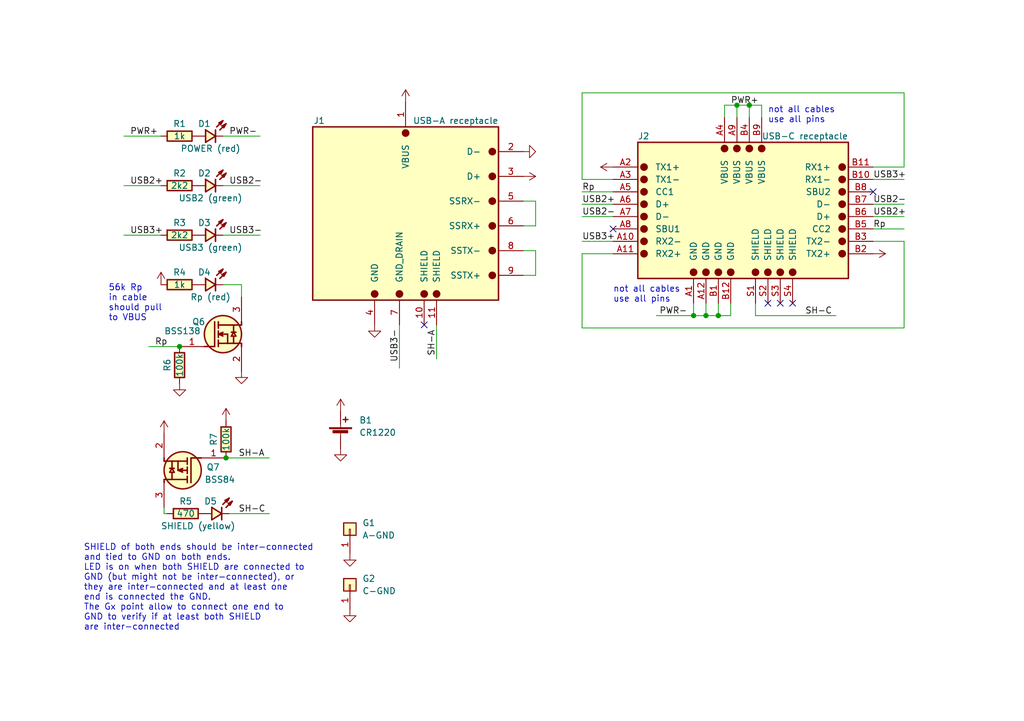
<source format=kicad_sch>
(kicad_sch (version 20211123) (generator eeschema)
  (paper "A5")
  (title_block (title "USB-A to USB-C cable tester") (date "$date$") (rev "$version$.$revision$") (company "CuVoodoo") (comment 1 "King Kévin") (comment 2 "CERN-OHL-S"))
  (lib_symbols
    (symbol "Connector_Generic:Conn_01x01" (pin_names (offset 1.016) hide)
      (property "Reference" "J" (at 0 2.54 0))
      (property "Value" "Conn_01x01" (at 0 -2.54 0))
      (symbol "Conn_01x01_1_1"
        (rectangle (start -1.27 0.127) (end 0 -0.127) (stroke (width 0.1524)))
        (rectangle (start -1.27 1.27) (end 1.27 -1.27) (stroke (width 0.254)) (fill (type background)))
        (pin passive line (at -5.08 0 0) (length 3.81) (name "Pin_1") (number "1"))
      )
    )
    (symbol "Device:Battery_Cell" (pin_numbers hide) (pin_names (offset 0) hide)
      (property "Reference" "BT" (at 2.54 2.54 0))
      (property "Value" "Battery_Cell" (at 2.54 0 0))
      (symbol "Battery_Cell_0_1"
        (rectangle (start -2.286 1.778) (end 2.286 1.524) (fill (type outline)))
        (rectangle (start -1.5748 1.1938) (end 1.4732 0.6858) (fill (type outline)))
        (polyline (pts (xy 0 0.762) (xy 0 0)))
        (polyline (pts (xy 0 1.778) (xy 0 2.54)))
        (polyline (pts (xy 0.508 3.429) (xy 1.524 3.429)) (stroke (width 0.254)))
        (polyline (pts (xy 1.016 3.937) (xy 1.016 2.921)) (stroke (width 0.254)))
      )
      (symbol "Battery_Cell_1_1"
        (pin passive line (at 0 5.08 270) (length 2.54) (name "+") (number "1"))
        (pin passive line (at 0 -2.54 90) (length 2.54) (name "-") (number "2"))
      )
    )
    (symbol "power:GND" (power) (pin_names (offset 0))
      (property "Value" "GND" (at 0 -3.81 0))
      (symbol "GND_0_1"
        (polyline (pts (xy 0 0) (xy 0 -1.27) (xy 1.27 -1.27) (xy 0 -2.54) (xy -1.27 -1.27) (xy 0 -1.27)))
      )
      (symbol "GND_1_1"
        (pin power_in line (at 0 0 270) (length 0) hide (name "GND") (number "1"))
      )
    )
    (symbol "power:VCC" (power) (pin_names (offset 0))
      (property "Value" "VCC" (at 0 3.81 0))
      (symbol "VCC_0_1"
        (polyline (pts (xy -0.762 1.27) (xy 0 2.54)))
        (polyline (pts (xy 0 0) (xy 0 2.54)))
        (polyline (pts (xy 0 2.54) (xy 0.762 1.27)))
      )
      (symbol "VCC_1_1"
        (pin power_in line (at 0 0 90) (length 0) hide (name "VCC") (number "1"))
      )
    )
    (symbol "qeda:BSS138" (pin_names (offset 1.016) hide)
      (property "Reference" "VT" (at 1.778 4.572 0))
      (property "Value" "BSS138" (at 1.778 -4.572 0))
      (symbol "BSS138_1_1"
        (polyline (pts (xy -3.81 -2.54) (xy -1.7018 -2.54)) (stroke (width 0.3048)))
        (polyline (pts (xy -1.7018 2.54) (xy -1.7018 -2.54)) (stroke (width 0.3048)))
        (polyline (pts (xy -0.9398 -1.8796) (xy 3.81 -1.8796)) (stroke (width 0.3048)))
        (polyline (pts (xy -0.9398 -1.2192) (xy -0.9398 -2.54)) (stroke (width 0.3048)))
        (polyline (pts (xy -0.9398 0) (xy 0.9652 0)) (stroke (width 0.3048)))
        (polyline (pts (xy -0.9398 0.6604) (xy -0.9398 -0.6604)) (stroke (width 0.3048)))
        (polyline (pts (xy -0.9398 1.8796) (xy 3.81 1.8796)) (stroke (width 0.3048)))
        (polyline (pts (xy -0.9398 2.54) (xy -0.9398 1.2192)) (stroke (width 0.3048)))
        (polyline (pts (xy 0.9652 0) (xy 0.9652 -1.8796)) (stroke (width 0.3048)))
        (polyline (pts (xy 1.7272 0.4064) (xy 2.667 0.4064)) (stroke (width 0.3048)))
        (polyline (pts (xy 2.1844 -0.4064) (xy 2.1844 -1.8796)) (stroke (width 0.3048)))
        (polyline (pts (xy 2.1844 1.8796) (xy 2.1844 0.4064)) (stroke (width 0.3048)))
        (polyline (pts (xy 3.81 -1.8796) (xy 3.81 -2.54)) (stroke (width 0.3048)))
        (polyline (pts (xy 3.81 1.8796) (xy 3.81 2.54)) (stroke (width 0.3048)))
        (polyline (pts (xy 0 0.381) (xy -0.9398 0) (xy 0 -0.381)) (stroke (width 0.3048)) (fill (type outline)))
        (polyline (pts (xy 1.7272 -0.4064) (xy 2.667 -0.4064) (xy 2.1844 0.4064) (xy 1.7272 -0.4064)) (stroke (width 0.3048)))
        (circle (center 0 0) (radius 3.81) (stroke (width 0.3048)) (fill (type background)))
        (pin input line (at -8.89 -2.54 0) (length 5.08) (name "G") (number "1"))
        (pin unspecified line (at 3.81 -7.62 90) (length 5.08) (name "S") (number "2"))
        (pin unspecified line (at 3.81 7.62 270) (length 5.08) (name "D") (number "3"))
      )
    )
    (symbol "qeda:BSS84" (pin_names (offset 1.016) hide)
      (property "Reference" "VT" (at 1.778 4.572 0))
      (property "Value" "BSS84" (at 1.778 -4.572 0))
      (symbol "BSS84_1_1"
        (polyline (pts (xy -3.81 -2.54) (xy -1.7018 -2.54)) (stroke (width 0.3048)))
        (polyline (pts (xy -1.7018 2.54) (xy -1.7018 -2.54)) (stroke (width 0.3048)))
        (polyline (pts (xy -0.9398 -1.8796) (xy 3.81 -1.8796)) (stroke (width 0.3048)))
        (polyline (pts (xy -0.9398 -1.2192) (xy -0.9398 -2.54)) (stroke (width 0.3048)))
        (polyline (pts (xy -0.9398 0) (xy 0.9652 0)) (stroke (width 0.3048)))
        (polyline (pts (xy -0.9398 0.6604) (xy -0.9398 -0.6604)) (stroke (width 0.3048)))
        (polyline (pts (xy -0.9398 1.8796) (xy 3.81 1.8796)) (stroke (width 0.3048)))
        (polyline (pts (xy -0.9398 2.54) (xy -0.9398 1.2192)) (stroke (width 0.3048)))
        (polyline (pts (xy 0.9652 0) (xy 0.9652 -1.8796)) (stroke (width 0.3048)))
        (polyline (pts (xy 1.7272 -0.4064) (xy 2.667 -0.4064)) (stroke (width 0.3048)))
        (polyline (pts (xy 2.1844 -0.4064) (xy 2.1844 -1.8796)) (stroke (width 0.3048)))
        (polyline (pts (xy 2.1844 1.8796) (xy 2.1844 0.4064)) (stroke (width 0.3048)))
        (polyline (pts (xy 3.81 -1.8796) (xy 3.81 -2.54)) (stroke (width 0.3048)))
        (polyline (pts (xy 3.81 1.8796) (xy 3.81 2.54)) (stroke (width 0.3048)))
        (polyline (pts (xy 0 0.381) (xy 0.9652 0) (xy 0 -0.381)) (stroke (width 0.3048)) (fill (type outline)))
        (polyline (pts (xy 1.7272 0.4064) (xy 2.667 0.4064) (xy 2.1844 -0.4064) (xy 1.7272 0.4064)) (stroke (width 0.3048)))
        (circle (center 0 0) (radius 3.81) (stroke (width 0.3048)) (fill (type background)))
        (pin input line (at -8.89 -2.54 0) (length 5.08) (name "G") (number "1"))
        (pin unspecified line (at 3.81 -7.62 90) (length 5.08) (name "S") (number "2"))
        (pin unspecified line (at 3.81 7.62 270) (length 5.08) (name "D") (number "3"))
      )
    )
    (symbol "qeda:LED0805" (pin_numbers hide) (pin_names (offset 1.016) hide)
      (property "Reference" "D" (at 0 2.032 0))
      (property "Value" "LED0805" (at 0 -2.032 0))
      (symbol "LED0805_1_1"
        (polyline (pts (xy 1.016 1.27) (xy 1.016 -1.27)) (stroke (width 0.3048)))
        (polyline (pts (xy 1.27 1.905) (xy 2.54 3.175)) (stroke (width 0.3048)))
        (polyline (pts (xy 1.905 1.27) (xy 3.175 2.54)) (stroke (width 0.3048)))
        (polyline (pts (xy -1.016 1.27) (xy 1.016 0) (xy -1.016 -1.27) (xy -1.016 1.27)) (stroke (width 0.3048)) (fill (type background)))
        (polyline (pts (xy 1.7272 2.7178) (xy 2.54 3.175) (xy 2.0828 2.3622) (xy 1.7272 2.7178)) (stroke (width 0.3048)) (fill (type outline)))
        (polyline (pts (xy 2.3622 2.0828) (xy 3.175 2.54) (xy 2.7178 1.7272) (xy 2.3622 2.0828)) (stroke (width 0.3048)) (fill (type outline)))
        (pin passive line (at 2.54 0 180) (length 1.524) (name "C") (number "1"))
        (pin passive line (at -2.54 0 0) (length 1.524) (name "A") (number "2"))
      )
    )
    (symbol "qeda:R0603" (pin_numbers hide) (pin_names (offset 1.016) hide)
      (property "Reference" "R" (at 0 1.778 0))
      (property "Value" "R0603" (at 0 -1.778 0))
      (symbol "R0603_1_1"
        (rectangle (start -2.54 1.016) (end 2.54 -1.016) (stroke (width 0.3048)) (fill (type background)))
        (pin passive line (at -3.81 0 0) (length 1.27) (name "L") (number "1"))
        (pin passive line (at 3.81 0 180) (length 1.27) (name "R") (number "2"))
      )
    )
    (symbol "qeda:U231-09XN-4BLRA00" (pin_names (offset 3.556))
      (property "Reference" "J" (at 0 0.762 0))
      (property "Value" "U231-09XN-4BLRA00" (at 26.162 -36.322 0))
      (symbol "U231-09XN-4BLRA00_1_1"
        (rectangle (start 0 0) (end 38.1 -35.56) (stroke (width 0.3048)) (fill (type background)))
        (circle (center 12.7 -34.29) (radius 0.635) (stroke (width 0.3048)) (fill (type outline)))
        (circle (center 17.78 -34.29) (radius 0.635) (stroke (width 0.3048)) (fill (type outline)))
        (circle (center 19.05 -1.27) (radius 0.635) (stroke (width 0.3048)) (fill (type outline)))
        (circle (center 22.86 -34.29) (radius 0.635) (stroke (width 0.3048)) (fill (type outline)))
        (circle (center 25.4 -34.29) (radius 0.635) (stroke (width 0.3048)) (fill (type outline)))
        (circle (center 36.83 -30.48) (radius 0.635) (stroke (width 0.3048)) (fill (type outline)))
        (circle (center 36.83 -25.4) (radius 0.635) (stroke (width 0.3048)) (fill (type outline)))
        (circle (center 36.83 -20.32) (radius 0.635) (stroke (width 0.3048)) (fill (type outline)))
        (circle (center 36.83 -15.24) (radius 0.635) (stroke (width 0.3048)) (fill (type outline)))
        (circle (center 36.83 -10.16) (radius 0.635) (stroke (width 0.3048)) (fill (type outline)))
        (circle (center 36.83 -5.08) (radius 0.635) (stroke (width 0.3048)) (fill (type outline)))
        (pin power_in line (at 19.05 5.08 270) (length 5.08) (name "VBUS") (number "1"))
        (pin passive line (at 22.86 -40.64 90) (length 5.08) (name "SHIELD") (number "10"))
        (pin passive line (at 25.4 -40.64 90) (length 5.08) (name "SHIELD") (number "11"))
        (pin bidirectional line (at 43.18 -5.08 180) (length 5.08) (name "D-") (number "2"))
        (pin bidirectional line (at 43.18 -10.16 180) (length 5.08) (name "D+") (number "3"))
        (pin power_in line (at 12.7 -40.64 90) (length 5.08) (name "GND") (number "4"))
        (pin input line (at 43.18 -15.24 180) (length 5.08) (name "SSRX-") (number "5"))
        (pin input line (at 43.18 -20.32 180) (length 5.08) (name "SSRX+") (number "6"))
        (pin power_in line (at 17.78 -40.64 90) (length 5.08) (name "GND_DRAIN") (number "7"))
        (pin output line (at 43.18 -25.4 180) (length 5.08) (name "SSTX-") (number "8"))
        (pin output line (at 43.18 -30.48 180) (length 5.08) (name "SSTX+") (number "9"))
      )
    )
    (symbol "qeda:XKB_U262-24XN-4BV64" (pin_names (offset 3.556))
      (property "Reference" "J" (at 0 0.762 0))
      (property "Value" "XKB_U262-24XN-4BV64" (at 32.512 -28.702 0))
      (symbol "XKB_U262-24XN-4BV64_1_1"
        (rectangle (start 0 0) (end 43.18 -27.94) (stroke (width 0.3048)) (fill (type background)))
        (circle (center 1.27 -22.86) (radius 0.635) (stroke (width 0.3048)) (fill (type outline)))
        (circle (center 1.27 -20.32) (radius 0.635) (stroke (width 0.3048)) (fill (type outline)))
        (circle (center 1.27 -17.78) (radius 0.635) (stroke (width 0.3048)) (fill (type outline)))
        (circle (center 1.27 -15.24) (radius 0.635) (stroke (width 0.3048)) (fill (type outline)))
        (circle (center 1.27 -12.7) (radius 0.635) (stroke (width 0.3048)) (fill (type outline)))
        (circle (center 1.27 -10.16) (radius 0.635) (stroke (width 0.3048)) (fill (type outline)))
        (circle (center 1.27 -7.62) (radius 0.635) (stroke (width 0.3048)) (fill (type outline)))
        (circle (center 1.27 -5.08) (radius 0.635) (stroke (width 0.3048)) (fill (type outline)))
        (circle (center 11.43 -26.67) (radius 0.635) (stroke (width 0.3048)) (fill (type outline)))
        (circle (center 13.97 -26.67) (radius 0.635) (stroke (width 0.3048)) (fill (type outline)))
        (circle (center 16.51 -26.67) (radius 0.635) (stroke (width 0.3048)) (fill (type outline)))
        (circle (center 17.78 -1.27) (radius 0.635) (stroke (width 0.3048)) (fill (type outline)))
        (circle (center 19.05 -26.67) (radius 0.635) (stroke (width 0.3048)) (fill (type outline)))
        (circle (center 20.32 -1.27) (radius 0.635) (stroke (width 0.3048)) (fill (type outline)))
        (circle (center 22.86 -1.27) (radius 0.635) (stroke (width 0.3048)) (fill (type outline)))
        (circle (center 24.13 -26.67) (radius 0.635) (stroke (width 0.3048)) (fill (type outline)))
        (circle (center 25.4 -1.27) (radius 0.635) (stroke (width 0.3048)) (fill (type outline)))
        (circle (center 26.67 -26.67) (radius 0.635) (stroke (width 0.3048)) (fill (type outline)))
        (circle (center 29.21 -26.67) (radius 0.635) (stroke (width 0.3048)) (fill (type outline)))
        (circle (center 31.75 -26.67) (radius 0.635) (stroke (width 0.3048)) (fill (type outline)))
        (circle (center 41.91 -22.86) (radius 0.635) (stroke (width 0.3048)) (fill (type outline)))
        (circle (center 41.91 -20.32) (radius 0.635) (stroke (width 0.3048)) (fill (type outline)))
        (circle (center 41.91 -17.78) (radius 0.635) (stroke (width 0.3048)) (fill (type outline)))
        (circle (center 41.91 -15.24) (radius 0.635) (stroke (width 0.3048)) (fill (type outline)))
        (circle (center 41.91 -12.7) (radius 0.635) (stroke (width 0.3048)) (fill (type outline)))
        (circle (center 41.91 -10.16) (radius 0.635) (stroke (width 0.3048)) (fill (type outline)))
        (circle (center 41.91 -7.62) (radius 0.635) (stroke (width 0.3048)) (fill (type outline)))
        (circle (center 41.91 -5.08) (radius 0.635) (stroke (width 0.3048)) (fill (type outline)))
        (pin power_in line (at 11.43 -33.02 90) (length 5.08) (name "GND") (number "A1"))
        (pin input line (at -5.08 -20.32 0) (length 5.08) (name "RX2-") (number "A10"))
        (pin input line (at -5.08 -22.86 0) (length 5.08) (name "RX2+") (number "A11"))
        (pin power_in line (at 13.97 -33.02 90) (length 5.08) (name "GND") (number "A12"))
        (pin output line (at -5.08 -5.08 0) (length 5.08) (name "TX1+") (number "A2"))
        (pin output line (at -5.08 -7.62 0) (length 5.08) (name "TX1-") (number "A3"))
        (pin power_in line (at 17.78 5.08 270) (length 5.08) (name "VBUS") (number "A4"))
        (pin bidirectional line (at -5.08 -10.16 0) (length 5.08) (name "CC1") (number "A5"))
        (pin bidirectional line (at -5.08 -12.7 0) (length 5.08) (name "D+") (number "A6"))
        (pin bidirectional line (at -5.08 -15.24 0) (length 5.08) (name "D-") (number "A7"))
        (pin bidirectional line (at -5.08 -17.78 0) (length 5.08) (name "SBU1") (number "A8"))
        (pin power_in line (at 20.32 5.08 270) (length 5.08) (name "VBUS") (number "A9"))
        (pin power_in line (at 16.51 -33.02 90) (length 5.08) (name "GND") (number "B1"))
        (pin input line (at 48.26 -7.62 180) (length 5.08) (name "RX1-") (number "B10"))
        (pin input line (at 48.26 -5.08 180) (length 5.08) (name "RX1+") (number "B11"))
        (pin power_in line (at 19.05 -33.02 90) (length 5.08) (name "GND") (number "B12"))
        (pin output line (at 48.26 -22.86 180) (length 5.08) (name "TX2+") (number "B2"))
        (pin output line (at 48.26 -20.32 180) (length 5.08) (name "TX2-") (number "B3"))
        (pin power_in line (at 22.86 5.08 270) (length 5.08) (name "VBUS") (number "B4"))
        (pin bidirectional line (at 48.26 -17.78 180) (length 5.08) (name "CC2") (number "B5"))
        (pin bidirectional line (at 48.26 -15.24 180) (length 5.08) (name "D+") (number "B6"))
        (pin bidirectional line (at 48.26 -12.7 180) (length 5.08) (name "D-") (number "B7"))
        (pin bidirectional line (at 48.26 -10.16 180) (length 5.08) (name "SBU2") (number "B8"))
        (pin power_in line (at 25.4 5.08 270) (length 5.08) (name "VBUS") (number "B9"))
        (pin passive line (at 24.13 -33.02 90) (length 5.08) (name "SHIELD") (number "S1"))
        (pin passive line (at 26.67 -33.02 90) (length 5.08) (name "SHIELD") (number "S2"))
        (pin passive line (at 29.21 -33.02 90) (length 5.08) (name "SHIELD") (number "S3"))
        (pin passive line (at 31.75 -33.02 90) (length 5.08) (name "SHIELD") (number "S4"))
      )
    )
  )
  (junction (at 36.83 71.12))
  (junction (at 144.78 64.77))
  (junction (at 142.24 64.77))
  (junction (at 46.355 93.98))
  (junction (at 147.32 64.77))
  (junction (at 153.67 21.59))
  (junction (at 151.13 21.59))
  (no_connect (at 86.995 66.675))
  (no_connect (at 162.56 62.23))
  (no_connect (at 157.48 62.23))
  (no_connect (at 160.02 62.23))
  (no_connect (at 125.73 46.99))
  (no_connect (at 179.07 39.37))
  (wire (pts (xy 25.4 38.1) (xy 33.02 38.1)))
  (wire (pts (xy 119.38 39.37) (xy 125.73 39.37)))
  (wire (pts (xy 33.655 105.41) (xy 34.29 105.41)))
  (wire (pts (xy 119.38 44.45) (xy 125.73 44.45)))
  (wire (pts (xy 185.42 49.53) (xy 179.07 49.53)))
  (wire (pts (xy 119.38 67.31) (xy 185.42 67.31)))
  (wire (pts (xy 30.48 71.12) (xy 36.83 71.12)))
  (wire (pts (xy 125.73 36.83) (xy 119.38 36.83)))
  (wire (pts (xy 147.32 62.23) (xy 147.32 64.77)))
  (wire (pts (xy 119.38 49.53) (xy 125.73 49.53)))
  (wire (pts (xy 45.72 48.26) (xy 53.34 48.26)))
  (wire (pts (xy 46.99 105.41) (xy 55.245 105.41)))
  (wire (pts (xy 144.78 64.77) (xy 147.32 64.77)))
  (wire (pts (xy 149.86 64.77) (xy 149.86 62.23)))
  (wire (pts (xy 154.94 62.23) (xy 154.94 64.77)))
  (wire (pts (xy 185.42 34.29) (xy 179.07 34.29)))
  (wire (pts (xy 179.07 36.83) (xy 185.42 36.83)))
  (wire (pts (xy 147.32 64.77) (xy 149.86 64.77)))
  (wire (pts (xy 109.855 46.355) (xy 107.315 46.355)))
  (wire (pts (xy 109.855 41.275) (xy 109.855 46.355)))
  (wire (pts (xy 151.13 21.59) (xy 153.67 21.59)))
  (wire (pts (xy 107.315 41.275) (xy 109.855 41.275)))
  (wire (pts (xy 81.915 66.675) (xy 81.915 75.565)))
  (wire (pts (xy 185.42 67.31) (xy 185.42 49.53)))
  (wire (pts (xy 119.38 41.91) (xy 125.73 41.91)))
  (wire (pts (xy 125.73 52.07) (xy 119.38 52.07)))
  (wire (pts (xy 185.42 19.05) (xy 185.42 34.29)))
  (wire (pts (xy 107.315 51.435) (xy 109.855 51.435)))
  (wire (pts (xy 153.67 21.59) (xy 156.21 21.59)))
  (wire (pts (xy 153.67 21.59) (xy 153.67 24.13)))
  (wire (pts (xy 109.855 56.515) (xy 107.315 56.515)))
  (wire (pts (xy 49.53 58.42) (xy 49.53 60.96)))
  (wire (pts (xy 144.78 62.23) (xy 144.78 64.77)))
  (wire (pts (xy 25.4 48.26) (xy 33.02 48.26)))
  (wire (pts (xy 148.59 21.59) (xy 151.13 21.59)))
  (wire (pts (xy 46.355 93.98) (xy 55.245 93.98)))
  (wire (pts (xy 156.21 21.59) (xy 156.21 24.13)))
  (wire (pts (xy 179.07 44.45) (xy 185.42 44.45)))
  (wire (pts (xy 142.24 64.77) (xy 144.78 64.77)))
  (wire (pts (xy 134.62 64.77) (xy 142.24 64.77)))
  (wire (pts (xy 148.59 24.13) (xy 148.59 21.59)))
  (wire (pts (xy 151.13 21.59) (xy 151.13 24.13)))
  (wire (pts (xy 89.535 66.675) (xy 89.535 73.66)))
  (wire (pts (xy 179.07 41.91) (xy 185.42 41.91)))
  (wire (pts (xy 142.24 62.23) (xy 142.24 64.77)))
  (wire (pts (xy 25.4 27.94) (xy 33.02 27.94)))
  (wire (pts (xy 119.38 36.83) (xy 119.38 19.05)))
  (wire (pts (xy 45.72 38.1) (xy 53.34 38.1)))
  (wire (pts (xy 45.72 58.42) (xy 49.53 58.42)))
  (wire (pts (xy 154.94 64.77) (xy 171.45 64.77)))
  (wire (pts (xy 33.655 104.14) (xy 33.655 105.41)))
  (wire (pts (xy 119.38 19.05) (xy 185.42 19.05)))
  (wire (pts (xy 119.38 52.07) (xy 119.38 67.31)))
  (wire (pts (xy 109.855 51.435) (xy 109.855 56.515)))
  (wire (pts (xy 45.72 27.94) (xy 53.34 27.94)))
  (wire (pts (xy 179.07 46.99) (xy 185.42 46.99)))
  (text "56k Rp\nin cable\nshould pull\nto VBUS" (at 22.225 66.04 0) (effects (font (size 1.27 1.27)) (justify left bottom)))
  (text "SHIELD of both ends should be inter-connected\nand tied to GND on both ends.\nLED is on when both SHIELD are connected to\nGND (but might not be inter-connected), or\nthey are inter-connected and at least one\nend is connected the GND.\nThe Gx point allow to connect one end to\nGND to verify if at least both SHIELD\nare inter-connected" (at 17.145 129.54 0) (effects (font (size 1.27 1.27)) (justify left bottom)))
  (text "not all cables\nuse all pins" (at 125.73 62.23 0) (effects (font (size 1.27 1.27)) (justify left bottom)))
  (text "not all cables\nuse all pins" (at 157.48 25.4 0) (effects (font (size 1.27 1.27)) (justify left bottom)))
  (label "USB2+" (at 119.38 41.91 0))
  (label "USB3+" (at 179.07 36.83 0))
  (label "PWR+" (at 149.86 21.59 0))
  (label "USB3-" (at 81.915 74.295 90))
  (label "USB2-" (at 179.07 41.91 0))
  (label "Rp" (at 31.75 71.12 0))
  (label "USB2-" (at 46.99 38.1 0))
  (label "PWR+" (at 26.67 27.94 0))
  (label "USB3+" (at 119.38 49.53 0))
  (label "USB2-" (at 119.38 44.45 0))
  (label "SH-C" (at 48.895 105.41 0))
  (label "Rp" (at 179.07 46.99 0))
  (label "SH-C" (at 165.1 64.77 0))
  (label "Rp" (at 119.38 39.37 0))
  (label "USB3+" (at 26.67 48.26 0))
  (label "USB3-" (at 46.99 48.26 0))
  (label "USB2+" (at 26.67 38.1 0))
  (label "SH-A" (at 89.535 73.025 90))
  (label "PWR-" (at 140.97 64.77 180))
  (label "USB2+" (at 179.07 44.45 0))
  (label "SH-A" (at 48.895 93.98 0))
  (label "PWR-" (at 46.99 27.94 0))
  (symbol (lib_id "power:GND") (at 49.53 76.2 0) (unit 1)
    (property "Reference" "#PWR0110" (effects hide))
    (property "Value" "GND" (effects hide))
  )
  (symbol (lib_id "qeda:XKB_U262-24XN-4BV64") (at 130.81 29.21 0) (unit 1)
    (property "Reference" "J2" (at 130.81 27.94 0) (effects (justify left)))
    (property "Value" "USB-C receptacle" (at 156.21 27.94 0) (effects (justify left)))
    (property "Footprint" "qeda:CONNECTOR_XKB_U262-24XN-4BV64" (effects hide))
    (property "Datasheet" "http://www.helloxkb.com/public/images/pdf/U262-24XN-4BV64.pdf" (effects hide))
    (property "LCSC" "C388660" (effects hide))
  )
  (symbol (lib_id "qeda:BSS138") (at 45.72 68.58 0) (unit 1)
    (property "Reference" "Q6" (at 39.37 66.04 0) (effects (justify left)))
    (property "Value" "BSS138" (at 33.655 67.945 0) (effects (justify left)))
    (property "Footprint" "qeda:SOT95P237X112-3N" (effects hide))
    (property "Datasheet" "https://www.onsemi.com/pdf/datasheet/bss138-d.pdf" (effects hide))
    (property "LCSC" "C112239" (effects hide))
  )
  (symbol (lib_id "qeda:R0603") (at 36.83 38.1 0) (unit 1)
    (property "Reference" "R2" (at 36.83 35.56 0))
    (property "Value" "2k2" (at 36.83 38.1 0))
    (property "Footprint" "qeda:UC1608X55N" (effects hide))
    (property "LCSC" "C4190" (effects hide))
  )
  (symbol (lib_id "Device:Battery_Cell") (at 69.85 89.535 0) (unit 1)
    (property "Reference" "B1" (at 73.66 86.2329 0) (effects (justify left)))
    (property "Value" "CR1220" (at 73.66 88.7729 0) (effects (justify left)))
    (property "Footprint" "qeda:CONNECTOR_MY-1220-03" (effects hide))
    (property "LCSC" "C964818" (effects hide))
  )
  (symbol (lib_id "qeda:R0603") (at 36.83 74.93 90) (unit 1)
    (property "Reference" "R6" (at 34.29 74.93 0))
    (property "Value" "100k" (at 36.83 74.93 0))
    (property "Footprint" "qeda:UC1608X55N" (effects hide))
    (property "LCSC" "C25803" (effects hide))
  )
  (symbol (lib_id "power:GND") (at 36.83 78.74 0) (unit 1)
    (property "Reference" "#PWR0111" (effects hide))
    (property "Value" "GND" (effects hide))
  )
  (symbol (lib_id "Connector_Generic:Conn_01x01") (at 71.755 120.015 90) (unit 1) (in_bom no)
    (property "Reference" "G2" (at 74.295 118.7449 90) (effects (justify right)))
    (property "Value" "C-GND" (at 74.295 121.2849 90) (effects (justify right)))
    (property "Footprint" "custom:pad_C" (effects hide))
  )
  (symbol (lib_id "qeda:LED0805") (at 44.45 105.41 0) (unit 1)
    (property "Reference" "D5" (at 43.18 102.87 0))
    (property "Value" "SHIELD (yellow)" (at 40.64 107.95 0))
    (property "Footprint" "qeda:LEDC2012X80N" (effects hide))
    (property "LCSC" "C2296" (effects hide))
  )
  (symbol (lib_id "qeda:LED0805") (at 43.18 27.94 0) (unit 1)
    (property "Reference" "D1" (at 41.91 25.4 0))
    (property "Value" "POWER (red)" (at 43.18 30.48 0))
    (property "Footprint" "qeda:LEDC2012X80N" (effects hide))
    (property "LCSC" "C84256" (effects hide))
  )
  (symbol (lib_id "power:VCC") (at 83.185 20.955 0) (unit 1)
    (property "Reference" "#PWR0102" (effects hide))
    (property "Value" "VCC" (effects hide))
  )
  (symbol (lib_id "power:VCC") (at 33.655 88.9 0) (unit 1)
    (property "Reference" "#PWR0112" (effects hide))
    (property "Value" "VCC" (effects hide))
  )
  (symbol (lib_id "qeda:R0603") (at 36.83 48.26 0) (unit 1)
    (property "Reference" "R3" (at 36.83 45.72 0))
    (property "Value" "2k2" (at 36.83 48.26 0))
    (property "Footprint" "qeda:UC1608X55N" (effects hide))
    (property "LCSC" "C4190" (effects hide))
  )
  (symbol (lib_id "power:VCC") (at 46.355 86.36 0) (unit 1)
    (property "Reference" "#PWR0113" (effects hide))
    (property "Value" "VCC" (effects hide))
  )
  (symbol (lib_id "qeda:LED0805") (at 43.18 58.42 0) (unit 1)
    (property "Reference" "D4" (at 41.91 55.88 0))
    (property "Value" "Rp (red)" (at 43.18 60.96 0))
    (property "Footprint" "qeda:LEDC2012X80N" (effects hide))
    (property "LCSC" "C84256" (effects hide))
  )
  (symbol (lib_id "qeda:U231-09XN-4BLRA00") (at 64.135 26.035 0) (unit 1)
    (property "Reference" "J1" (at 66.675 24.765 0) (effects (justify right)))
    (property "Value" "USB-A receptacle" (at 102.235 24.765 0) (effects (justify right)))
    (property "Footprint" "qeda:CONNECTOR_U231-09XN-4BLRA00" (effects hide))
    (property "Datasheet" "http://www.helloxkb.com/public/images/pdf/U231-091N-4BLRA00-S.pdf" (effects hide))
    (property "LCSC" "C381140" (effects hide))
  )
  (symbol (lib_id "power:VCC") (at 179.07 52.07 270) (unit 1)
    (property "Reference" "#PWR0108" (effects hide))
    (property "Value" "VCC" (effects hide))
  )
  (symbol (lib_id "power:GND") (at 76.835 66.675 0) (unit 1)
    (property "Reference" "#PWR0106" (effects hide))
    (property "Value" "GND" (effects hide))
  )
  (symbol (lib_id "qeda:R0603") (at 36.83 27.94 0) (unit 1)
    (property "Reference" "R1" (at 36.83 25.4 0))
    (property "Value" "1k" (at 36.83 27.94 0))
    (property "Footprint" "qeda:UC1608X55N" (effects hide))
    (property "LCSC" "C21190" (effects hide))
  )
  (symbol (lib_id "qeda:BSS84") (at 37.465 96.52 180) (unit 1)
    (property "Reference" "Q7" (at 45.085 95.885 0) (effects (justify left)))
    (property "Value" "BSS84" (at 48.26 98.425 0) (effects (justify left)))
    (property "Footprint" "qeda:SOT95P237X112-3N" (effects hide))
    (property "Datasheet" "https://assets.nexperia.com/documents/data-sheet/BSS84.pdf" (effects hide))
    (property "LCSC" "C114481" (effects hide))
  )
  (symbol (lib_id "qeda:R0603") (at 46.355 90.17 90) (unit 1)
    (property "Reference" "R7" (at 43.815 90.17 0))
    (property "Value" "100k" (at 46.355 90.17 0))
    (property "Footprint" "qeda:UC1608X55N" (effects hide))
    (property "LCSC" "C25803" (effects hide))
  )
  (symbol (lib_id "qeda:LED0805") (at 43.18 38.1 0) (unit 1)
    (property "Reference" "D2" (at 41.91 35.56 0))
    (property "Value" "USB2 (green)" (at 43.18 40.64 0))
    (property "Footprint" "qeda:LEDC2012X80N" (effects hide))
    (property "LCSC" "C2297" (effects hide))
  )
  (symbol (lib_id "power:GND") (at 107.315 31.115 90) (unit 1)
    (property "Reference" "#PWR0103" (effects hide))
    (property "Value" "GND" (effects hide))
  )
  (symbol (lib_id "Connector_Generic:Conn_01x01") (at 71.755 108.585 90) (unit 1) (in_bom no)
    (property "Reference" "G1" (at 74.295 107.3149 90) (effects (justify right)))
    (property "Value" "A-GND" (at 74.295 109.8549 90) (effects (justify right)))
    (property "Footprint" "custom:pad_A" (effects hide))
  )
  (symbol (lib_id "power:GND") (at 71.755 113.665 0) (unit 1)
    (property "Reference" "#PWR0116" (effects hide))
    (property "Value" "GND" (effects hide))
  )
  (symbol (lib_id "qeda:LED0805") (at 43.18 48.26 0) (unit 1)
    (property "Reference" "D3" (at 41.91 45.72 0))
    (property "Value" "USB3 (green)" (at 43.18 50.8 0))
    (property "Footprint" "qeda:LEDC2012X80N" (effects hide))
    (property "LCSC" "C2297" (effects hide))
  )
  (symbol (lib_id "power:GND") (at 69.85 92.075 0) (unit 1)
    (property "Reference" "#PWR0105" (effects hide))
    (property "Value" "GND" (effects hide))
  )
  (symbol (lib_id "power:VCC") (at 69.85 84.455 0) (unit 1)
    (property "Reference" "#PWR0104" (effects hide))
    (property "Value" "VCC" (effects hide))
  )
  (symbol (lib_id "qeda:R0603") (at 38.1 105.41 0) (unit 1)
    (property "Reference" "R5" (at 38.1 102.87 0))
    (property "Value" "470" (at 38.1 105.41 0))
    (property "Footprint" "qeda:UC1608X55N" (effects hide))
    (property "LCSC" "C23179" (effects hide))
  )
  (symbol (lib_id "power:VCC") (at 107.315 36.195 270) (unit 1)
    (property "Reference" "#PWR0101" (effects hide))
    (property "Value" "VCC" (effects hide))
  )
  (symbol (lib_id "power:VCC") (at 33.02 58.42 0) (unit 1)
    (property "Reference" "#PWR0109" (effects hide))
    (property "Value" "VCC" (effects hide))
  )
  (symbol (lib_id "qeda:R0603") (at 36.83 58.42 0) (unit 1)
    (property "Reference" "R4" (at 36.83 55.88 0))
    (property "Value" "1k" (at 36.83 58.42 0))
    (property "Footprint" "qeda:UC1608X55N" (effects hide))
    (property "LCSC" "C21190" (effects hide))
  )
  (symbol (lib_id "power:GND") (at 71.755 125.095 0) (unit 1)
    (property "Reference" "#PWR0117" (effects hide))
    (property "Value" "GND" (effects hide))
  )
  (symbol (lib_id "power:VCC") (at 125.73 34.29 90) (unit 1)
    (property "Reference" "#PWR0107" (effects hide))
    (property "Value" "VCC" (effects hide))
  )
)
</source>
